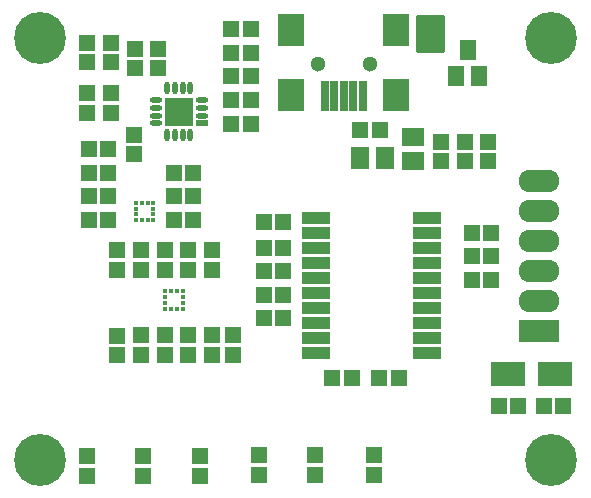
<source format=gts>
G04 #@! TF.FileFunction,Soldermask,Top*
%FSLAX46Y46*%
G04 Gerber Fmt 4.6, Leading zero omitted, Abs format (unit mm)*
G04 Created by KiCad (PCBNEW 4.0.7) date 03/21/18 23:37:41*
%MOMM*%
%LPD*%
G01*
G04 APERTURE LIST*
%ADD10C,0.101600*%
%ADD11R,1.350000X1.400000*%
%ADD12R,1.400000X1.350000*%
%ADD13R,1.850000X1.550000*%
%ADD14R,2.900000X2.100000*%
%ADD15C,1.300000*%
%ADD16R,2.200000X2.700000*%
%ADD17R,0.700000X2.500000*%
%ADD18R,3.448000X1.924000*%
%ADD19O,3.448000X1.924000*%
%ADD20R,1.550000X1.850000*%
%ADD21R,0.375000X0.350000*%
%ADD22R,0.350000X0.375000*%
%ADD23R,1.050000X0.500000*%
%ADD24O,1.050000X0.500000*%
%ADD25R,2.400000X2.400000*%
%ADD26O,0.500000X1.050000*%
%ADD27R,1.400000X1.800000*%
%ADD28R,2.350000X1.000000*%
%ADD29C,4.400000*%
%ADD30C,0.254000*%
G04 APERTURE END LIST*
D10*
D11*
X143250000Y-42675000D03*
X143250000Y-44325000D03*
X141250000Y-42675000D03*
X141250000Y-44325000D03*
D12*
X148575000Y-53450000D03*
X150225000Y-53450000D03*
X164375000Y-45800000D03*
X166025000Y-45800000D03*
X155075000Y-37250000D03*
X153425000Y-37250000D03*
X153425000Y-43250000D03*
X155075000Y-43250000D03*
D11*
X145200000Y-46200000D03*
X145200000Y-47850000D03*
D13*
X168800000Y-48425000D03*
X168800000Y-46375000D03*
D12*
X148575000Y-51400000D03*
X150225000Y-51400000D03*
D11*
X147250000Y-40575000D03*
X147250000Y-38925000D03*
X145250000Y-40575000D03*
X145250000Y-38925000D03*
D12*
X153425000Y-45250000D03*
X155075000Y-45250000D03*
D11*
X147800000Y-55975000D03*
X147800000Y-57625000D03*
X171200000Y-48425000D03*
X171200000Y-46775000D03*
D12*
X157825000Y-53600000D03*
X156175000Y-53600000D03*
X181533200Y-69174600D03*
X179883200Y-69174600D03*
D11*
X143250000Y-40075000D03*
X143250000Y-38425000D03*
X141250000Y-40075000D03*
X141250000Y-38425000D03*
X141250000Y-73425000D03*
X141250000Y-75075000D03*
X146000000Y-73425000D03*
X146000000Y-75075000D03*
X150750000Y-73425000D03*
X150750000Y-75075000D03*
D14*
X180858200Y-66474600D03*
X176858200Y-66474600D03*
D11*
X155750000Y-73350000D03*
X155750000Y-75000000D03*
X160500000Y-73350000D03*
X160500000Y-75000000D03*
X165500000Y-73350000D03*
X165500000Y-75000000D03*
D15*
X165150000Y-40250000D03*
X160750000Y-40250000D03*
D16*
X158500000Y-37300000D03*
X167400000Y-37300000D03*
X167400000Y-42800000D03*
X158500000Y-42800000D03*
D17*
X164550000Y-42925000D03*
X163750000Y-42925000D03*
X162950000Y-42925000D03*
X162150000Y-42925000D03*
X161350000Y-42925000D03*
D18*
X179500000Y-62850000D03*
D19*
X179500000Y-60310000D03*
X179500000Y-57770000D03*
X179500000Y-55230000D03*
X179500000Y-52690000D03*
X179500000Y-50150000D03*
D20*
X164375000Y-48200000D03*
X166425000Y-48200000D03*
D12*
X153425000Y-39250000D03*
X155075000Y-39250000D03*
X153425000Y-41250000D03*
X155075000Y-41250000D03*
X141375000Y-47400000D03*
X143025000Y-47400000D03*
X141375000Y-49400000D03*
X143025000Y-49400000D03*
X141375000Y-51400000D03*
X143025000Y-51400000D03*
X150225000Y-49400000D03*
X148575000Y-49400000D03*
X141375000Y-53400000D03*
X143025000Y-53400000D03*
X165975000Y-66800000D03*
X167625000Y-66800000D03*
X163625000Y-66800000D03*
X161975000Y-66800000D03*
D11*
X143800000Y-55975000D03*
X143800000Y-57625000D03*
X145800000Y-55975000D03*
X145800000Y-57625000D03*
X175200000Y-46775000D03*
X175200000Y-48425000D03*
X173200000Y-46775000D03*
X173200000Y-48425000D03*
D12*
X157825000Y-59750000D03*
X156175000Y-59750000D03*
X157825000Y-61750000D03*
X156175000Y-61750000D03*
X157825000Y-57750000D03*
X156175000Y-57750000D03*
X157825000Y-55750000D03*
X156175000Y-55750000D03*
D11*
X145800000Y-64825000D03*
X145800000Y-63175000D03*
X143800000Y-64850000D03*
X143800000Y-63200000D03*
X147800000Y-64825000D03*
X147800000Y-63175000D03*
X149800000Y-64825000D03*
X149800000Y-63175000D03*
X149800000Y-55975000D03*
X149800000Y-57625000D03*
X151800000Y-55975000D03*
X151800000Y-57625000D03*
X151800000Y-64825000D03*
X151800000Y-63175000D03*
X153579400Y-64825000D03*
X153579400Y-63175000D03*
D12*
X176083200Y-69174600D03*
X177733200Y-69174600D03*
X175464000Y-58500000D03*
X173814000Y-58500000D03*
X175464000Y-54500000D03*
X173814000Y-54500000D03*
X175464000Y-56500000D03*
X173814000Y-56500000D03*
D21*
X145350000Y-52450000D03*
X145350000Y-52950000D03*
X145350000Y-53450000D03*
X145350000Y-51950000D03*
X146850000Y-52450000D03*
X146850000Y-52950000D03*
X146850000Y-53450000D03*
D22*
X146350000Y-51950000D03*
D21*
X146850000Y-51950000D03*
D22*
X145850000Y-51950000D03*
X146350000Y-53450000D03*
X145850000Y-53450000D03*
D23*
X150975000Y-45225000D03*
D24*
X150975000Y-44575000D03*
X150975000Y-43925000D03*
X150975000Y-43275000D03*
X147025000Y-45225000D03*
X147025000Y-44575000D03*
X147025000Y-43925000D03*
X147025000Y-43275000D03*
D25*
X149000000Y-44250000D03*
D26*
X149975000Y-46225000D03*
X149325000Y-42275000D03*
X148675000Y-42275000D03*
X148025000Y-42275000D03*
X149975000Y-42275000D03*
X149325000Y-46225000D03*
X148675000Y-46225000D03*
X148025000Y-46225000D03*
D22*
X148350000Y-60950000D03*
X148850000Y-60950000D03*
X149350000Y-60950000D03*
X147850000Y-60950000D03*
X148350000Y-59450000D03*
X148850000Y-59450000D03*
X149350000Y-59450000D03*
D21*
X147850000Y-59950000D03*
D22*
X147850000Y-59450000D03*
D21*
X147850000Y-60450000D03*
X149350000Y-59950000D03*
X149350000Y-60450000D03*
D27*
X172500000Y-41200000D03*
X174400000Y-41200000D03*
X173450000Y-39000000D03*
D28*
X170000000Y-53210000D03*
X170000000Y-55750000D03*
X170000000Y-57020000D03*
X170000000Y-54480000D03*
X170000000Y-58290000D03*
X170000000Y-64640000D03*
X170000000Y-60830000D03*
X170000000Y-63370000D03*
X170000000Y-62100000D03*
X170000000Y-59560000D03*
X160600000Y-59560000D03*
X160600000Y-62100000D03*
X160600000Y-63370000D03*
X160600000Y-60830000D03*
X160600000Y-64640000D03*
X160600000Y-58290000D03*
X160600000Y-54480000D03*
X160600000Y-57020000D03*
X160600000Y-55750000D03*
X160600000Y-53210000D03*
D29*
X180500000Y-73750000D03*
X137250000Y-73750000D03*
X137250000Y-38000000D03*
X180500000Y-38000000D03*
D30*
G36*
X171373000Y-39123000D02*
X169127000Y-39123000D01*
X169127000Y-36127000D01*
X171373000Y-36127000D01*
X171373000Y-39123000D01*
X171373000Y-39123000D01*
G37*
X171373000Y-39123000D02*
X169127000Y-39123000D01*
X169127000Y-36127000D01*
X171373000Y-36127000D01*
X171373000Y-39123000D01*
M02*

</source>
